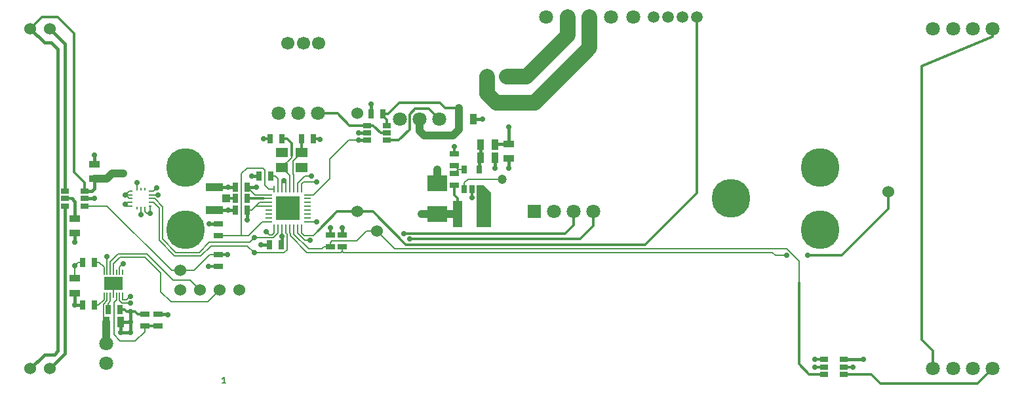
<source format=gbr>
G04 #@! TF.FileFunction,Copper,L1,Top,Signal*
%FSLAX46Y46*%
G04 Gerber Fmt 4.6, Leading zero omitted, Abs format (unit mm)*
G04 Created by KiCad (PCBNEW 4.0.2+dfsg1-stable) date mer. 17 juil. 2019 11:13:31 CEST*
%MOMM*%
G01*
G04 APERTURE LIST*
%ADD10C,0.100000*%
%ADD11C,0.152400*%
%ADD12C,5.000000*%
%ADD13C,0.800000*%
%ADD14C,1.524000*%
%ADD15R,1.397000X0.889000*%
%ADD16R,1.000760X0.701040*%
%ADD17C,1.800000*%
%ADD18C,1.500000*%
%ADD19R,1.000000X1.000000*%
%ADD20R,2.200000X1.100000*%
%ADD21R,0.635000X1.143000*%
%ADD22R,1.143000X0.635000*%
%ADD23R,1.500000X1.200000*%
%ADD24C,1.700000*%
%ADD25R,0.889000X1.397000*%
%ADD26R,2.500000X2.000000*%
%ADD27R,1.300000X3.400000*%
%ADD28R,0.350000X0.250000*%
%ADD29R,0.250000X0.350000*%
%ADD30R,0.279400X0.850900*%
%ADD31R,0.850900X0.279400*%
%ADD32R,0.850000X0.280000*%
%ADD33R,1.500000X1.500000*%
%ADD34C,1.198880*%
%ADD35R,0.152400X0.711200*%
%ADD36R,2.387600X1.803400*%
%ADD37R,0.701040X1.000760*%
%ADD38R,1.800000X1.800000*%
%ADD39C,0.711200*%
%ADD40C,0.406400*%
%ADD41C,1.016000*%
%ADD42C,0.304800*%
%ADD43C,0.203200*%
%ADD44C,2.048000*%
%ADD45C,0.200000*%
G04 APERTURE END LIST*
D10*
D11*
X109978572Y-128861905D02*
X109521429Y-128861905D01*
X109750000Y-128861905D02*
X109750000Y-128061905D01*
X109673810Y-128176190D01*
X109597619Y-128252381D01*
X109521429Y-128290476D01*
D12*
X104750000Y-101000000D03*
D13*
X104750000Y-99000000D03*
X106750000Y-101000000D03*
X104750000Y-103000000D03*
X102750000Y-101000000D03*
X106160000Y-99590000D03*
X106160000Y-102410000D03*
X103340000Y-102410000D03*
X103340000Y-99590000D03*
D12*
X104750000Y-109000000D03*
D13*
X104750000Y-107000000D03*
X106750000Y-109000000D03*
X104750000Y-111000000D03*
X102750000Y-109000000D03*
X106160000Y-107590000D03*
X106160000Y-110410000D03*
X103340000Y-110410000D03*
X103340000Y-107590000D03*
D12*
X175250000Y-105000000D03*
D13*
X175250000Y-103000000D03*
X177250000Y-105000000D03*
X175250000Y-107000000D03*
X173250000Y-105000000D03*
X176660000Y-103590000D03*
X176660000Y-106410000D03*
X173840000Y-106410000D03*
X173840000Y-103590000D03*
D12*
X186750000Y-101000000D03*
D13*
X186750000Y-99000000D03*
X188750000Y-101000000D03*
X186750000Y-103000000D03*
X184750000Y-101000000D03*
X188160000Y-99590000D03*
X188160000Y-102410000D03*
X185340000Y-102410000D03*
X185340000Y-99590000D03*
D12*
X186750000Y-109000000D03*
D13*
X186750000Y-107000000D03*
X188750000Y-109000000D03*
X186750000Y-111000000D03*
X184750000Y-109000000D03*
X188160000Y-107590000D03*
X188160000Y-110410000D03*
X185340000Y-110410000D03*
X185340000Y-107590000D03*
D14*
X146250000Y-89200000D03*
X143750000Y-89200000D03*
X84730000Y-127000000D03*
X87270000Y-127000000D03*
X84730000Y-83000000D03*
X87270000Y-83000000D03*
D15*
X90500000Y-109452500D03*
X90500000Y-107547500D03*
D16*
X89230000Y-105952500D03*
X89230000Y-105000000D03*
X89230000Y-104047500D03*
X91770000Y-104047500D03*
X91770000Y-105000000D03*
X91770000Y-105952500D03*
D17*
X94500000Y-126270000D03*
X94500000Y-123730000D03*
X151370000Y-81530000D03*
X154170000Y-81530000D03*
X156970000Y-81530000D03*
X159770000Y-81530000D03*
X162600000Y-81480000D03*
D18*
X165250000Y-81530000D03*
X167100000Y-81530000D03*
X168950000Y-81530000D03*
X170800000Y-81530000D03*
D19*
X110000000Y-105000000D03*
D20*
X108500000Y-106500000D03*
X108500000Y-103500000D03*
D21*
X111238000Y-105000000D03*
X112762000Y-105000000D03*
D22*
X109000000Y-109762000D03*
X109000000Y-108238000D03*
D21*
X112762000Y-103500000D03*
X111238000Y-103500000D03*
X115812000Y-102110000D03*
X114288000Y-102110000D03*
D23*
X119750000Y-99000000D03*
X117250000Y-99000000D03*
X117250000Y-101000000D03*
X119750000Y-101000000D03*
D21*
X117262000Y-97250000D03*
X115738000Y-97250000D03*
X119738000Y-97250000D03*
X121262000Y-97250000D03*
X112762000Y-106500000D03*
X111238000Y-106500000D03*
X117142000Y-111000000D03*
X115618000Y-111000000D03*
D24*
X122000000Y-84890000D03*
X120000000Y-84890000D03*
X118000000Y-84890000D03*
D22*
X99500000Y-121512000D03*
X99500000Y-119988000D03*
X101250000Y-119988000D03*
X101250000Y-121512000D03*
D25*
X94497500Y-121000000D03*
X96402500Y-121000000D03*
D17*
X137540000Y-94750000D03*
X135000000Y-94750000D03*
X132460000Y-94750000D03*
D16*
X189770000Y-125817500D03*
X189770000Y-126770000D03*
X189770000Y-127722500D03*
X187230000Y-127722500D03*
X187230000Y-126770000D03*
X187230000Y-125817500D03*
D15*
X146520000Y-97897500D03*
X146520000Y-99802500D03*
D25*
X142847500Y-99710000D03*
X144752500Y-99710000D03*
D26*
X137250000Y-107000000D03*
X137250000Y-103000000D03*
D27*
X143550000Y-107000000D03*
X139950000Y-107000000D03*
D22*
X139500000Y-103262000D03*
X139500000Y-101738000D03*
X139500000Y-100722000D03*
X139500000Y-99198000D03*
D14*
X195580000Y-104140000D03*
D28*
X100225000Y-106000000D03*
X100225000Y-105500000D03*
X100225000Y-105000000D03*
X100225000Y-104500000D03*
X100225000Y-104000000D03*
D29*
X99500000Y-103775000D03*
X99000000Y-103775000D03*
X98500000Y-103775000D03*
D28*
X97775000Y-104000000D03*
X97775000Y-104500000D03*
X97775000Y-105000000D03*
X97775000Y-105500000D03*
X97775000Y-106000000D03*
D29*
X98500000Y-106225000D03*
X99000000Y-106225000D03*
X99500000Y-106225000D03*
D30*
X119750060Y-108749360D03*
D31*
X120499360Y-108000060D03*
D30*
X119750060Y-103750640D03*
X119249680Y-103750640D03*
X118749300Y-103750640D03*
X118248920Y-103750640D03*
X117250700Y-103750640D03*
X116750320Y-103750640D03*
D32*
X115500000Y-106500000D03*
D30*
X116249940Y-103750640D03*
D32*
X115500000Y-104500000D03*
X115500000Y-105000000D03*
X115500000Y-105500000D03*
X115500000Y-106000000D03*
X115500000Y-107000000D03*
X115500000Y-107500000D03*
X115500000Y-108000000D03*
D30*
X116249940Y-108749360D03*
X116750320Y-108749360D03*
X117250700Y-108749360D03*
X117751080Y-108749360D03*
X118248920Y-108749360D03*
X118749300Y-108749360D03*
X119249680Y-108749360D03*
D33*
X118750000Y-105500000D03*
D30*
X117751080Y-103750640D03*
D31*
X120499360Y-104499940D03*
X120499360Y-105000320D03*
X120499360Y-105500700D03*
X120499360Y-106001080D03*
X120499360Y-106498920D03*
X120499360Y-106999300D03*
X120499360Y-107499680D03*
D33*
X118750000Y-107000000D03*
X117250000Y-105500000D03*
X117250000Y-107000000D03*
D22*
X123500000Y-109738000D03*
X123500000Y-111262000D03*
X109000000Y-113762000D03*
X109000000Y-112238000D03*
X125010000Y-109738000D03*
X125010000Y-111262000D03*
D34*
X145640000Y-102500000D03*
D21*
X93012000Y-118750000D03*
X91488000Y-118750000D03*
X94748000Y-119350000D03*
X96272000Y-119350000D03*
D35*
X94250000Y-117498600D03*
X94649999Y-117498600D03*
X95050001Y-117498600D03*
X95450000Y-117498600D03*
X95849999Y-117498600D03*
X96250001Y-117498600D03*
X96650000Y-117498600D03*
X96650000Y-114501400D03*
X96250001Y-114501400D03*
X95849999Y-114501400D03*
X95450000Y-114501400D03*
X95050001Y-114501400D03*
X94649999Y-114501400D03*
X94250000Y-114501400D03*
D36*
X95450000Y-116000000D03*
D14*
X106680000Y-116840000D03*
X109220000Y-116840000D03*
X104140000Y-116840000D03*
X111760000Y-116840000D03*
D17*
X116840000Y-93980000D03*
X119380000Y-93980000D03*
X121920000Y-93980000D03*
D14*
X127000000Y-93980000D03*
D16*
X130770000Y-95547500D03*
X130770000Y-96500000D03*
X130770000Y-97452500D03*
X128230000Y-97452500D03*
X128230000Y-96500000D03*
X128230000Y-95547500D03*
D21*
X130262000Y-94000000D03*
X128738000Y-94000000D03*
D25*
X140047500Y-94750000D03*
X141952500Y-94750000D03*
D15*
X93000000Y-102452500D03*
X93000000Y-100547500D03*
D17*
X201320000Y-83000000D03*
X203890000Y-83000000D03*
X206430000Y-83000000D03*
X209000000Y-83000000D03*
X201320000Y-127000000D03*
X203890000Y-127000000D03*
X206430000Y-127000000D03*
X209000000Y-127000000D03*
D14*
X104140000Y-114300000D03*
X129540000Y-109220000D03*
X127000000Y-106680000D03*
D25*
X144752500Y-97990000D03*
X142847500Y-97990000D03*
D37*
X140797500Y-101230000D03*
X142702500Y-101230000D03*
X142702500Y-103770000D03*
X141750000Y-103770000D03*
X140797500Y-103770000D03*
D38*
X149860000Y-106680000D03*
D17*
X152400000Y-106680000D03*
X154940000Y-106680000D03*
X157480000Y-106680000D03*
D15*
X90500000Y-117202500D03*
X90500000Y-115297500D03*
D21*
X93012000Y-113260000D03*
X91488000Y-113260000D03*
D39*
X137250000Y-101250000D03*
X139500000Y-98250000D03*
X141750000Y-104850000D03*
X143100000Y-94750000D03*
X146520000Y-101070000D03*
X144750000Y-101070000D03*
X93000000Y-99390000D03*
X128740000Y-92770000D03*
X127100000Y-96500000D03*
X94650000Y-112500000D03*
X90510000Y-118750000D03*
X95450000Y-116000000D03*
X97670000Y-117620000D03*
X97670000Y-119640000D03*
X97670000Y-118500000D03*
X97670000Y-121000000D03*
X97670000Y-122360000D03*
X96400000Y-122360000D03*
X114500000Y-111000000D03*
X117250000Y-107000000D03*
X118750000Y-105500000D03*
X118750000Y-107000000D03*
X117250000Y-105500000D03*
X119750000Y-101000000D03*
X125010000Y-108760000D03*
X107800000Y-108240000D03*
X113310000Y-102110000D03*
X122150000Y-97330000D03*
X117250000Y-99000000D03*
X114850000Y-97250000D03*
X101250000Y-104500000D03*
X99000000Y-107050000D03*
X98500000Y-102940000D03*
X97000000Y-104500000D03*
X97000000Y-105750000D03*
X186070000Y-126770000D03*
X110270000Y-103500000D03*
X110270000Y-106500000D03*
X93000000Y-105000000D03*
X90500000Y-110650000D03*
X96750000Y-101750000D03*
X140050000Y-93250000D03*
X192330000Y-125820000D03*
X133750000Y-110250000D03*
X120900000Y-110410000D03*
X110230000Y-112240000D03*
X135250000Y-107000000D03*
X113920000Y-103500000D03*
X117500000Y-102650000D03*
X121730000Y-108000000D03*
X107760000Y-113760000D03*
X123500000Y-108760000D03*
X117250000Y-109840000D03*
X112760000Y-107730000D03*
X100230000Y-106920000D03*
X101090000Y-103570000D03*
X186070000Y-125820000D03*
X190940000Y-126770000D03*
X146520000Y-95750000D03*
X102480000Y-119990000D03*
X113660000Y-110060000D03*
X113660000Y-111980000D03*
X185170000Y-112360000D03*
X182410000Y-112360000D03*
X115200000Y-109250000D03*
X127100000Y-97450000D03*
X121020000Y-102090000D03*
X133000000Y-109540000D03*
X121740000Y-102810000D03*
X96750000Y-113390000D03*
X90500000Y-113680000D03*
D40*
X90510000Y-118750000D02*
X90510000Y-117212500D01*
X90510000Y-117212500D02*
X90500000Y-117202500D01*
D41*
X137250000Y-101250000D02*
X137250000Y-103000000D01*
D42*
X139500000Y-98250000D02*
X139500000Y-99198000D01*
X141750000Y-104850000D02*
X141750000Y-103770000D01*
D40*
X143100000Y-94750000D02*
X141952500Y-94750000D01*
X146520000Y-99802500D02*
X146520000Y-101070000D01*
X144750000Y-99712500D02*
X144750000Y-101070000D01*
X144750000Y-99712500D02*
X144752500Y-99710000D01*
X144750000Y-99712500D02*
X144752500Y-99710000D01*
X93000000Y-99390000D02*
X93000000Y-100547500D01*
X128740000Y-92770000D02*
X128740000Y-93998000D01*
X128740000Y-93998000D02*
X128738000Y-94000000D01*
X128230000Y-96500000D02*
X127100000Y-96500000D01*
D43*
X94649999Y-112500001D02*
X94650000Y-112500000D01*
X94649999Y-114501400D02*
X94649999Y-112500001D01*
D42*
X96272000Y-119350000D02*
X96870000Y-119350000D01*
X97160000Y-119640000D02*
X97670000Y-119640000D01*
X96870000Y-119350000D02*
X97160000Y-119640000D01*
D40*
X90510000Y-118750000D02*
X91488000Y-118750000D01*
D43*
X95450000Y-117498600D02*
X95450000Y-116000000D01*
X97170000Y-118120000D02*
X97670000Y-117620000D01*
X96720000Y-118120000D02*
X97170000Y-118120000D01*
X96650000Y-118050000D02*
X96720000Y-118120000D01*
X96650000Y-118050000D02*
X96650000Y-117498600D01*
X96250001Y-118170001D02*
X96580000Y-118500000D01*
X96580000Y-118500000D02*
X97670000Y-118500000D01*
X96250001Y-118170001D02*
X96250001Y-117498600D01*
D42*
X99500000Y-119988000D02*
X98598000Y-119988000D01*
D40*
X97670000Y-119640000D02*
X97670000Y-121000000D01*
D42*
X98250000Y-119640000D02*
X97670000Y-119640000D01*
X98598000Y-119988000D02*
X98250000Y-119640000D01*
D40*
X97670000Y-121000000D02*
X97670000Y-122360000D01*
X96402500Y-121000000D02*
X97670000Y-121000000D01*
X96402500Y-122357500D02*
X96402500Y-121000000D01*
X96402500Y-122357500D02*
X96400000Y-122360000D01*
X97670000Y-122360000D02*
X96400000Y-122360000D01*
X115618000Y-111000000D02*
X114500000Y-111000000D01*
X111238000Y-103500000D02*
X110270000Y-103500000D01*
X125010000Y-109738000D02*
X125010000Y-108760000D01*
X107800000Y-108240000D02*
X108998000Y-108240000D01*
X108998000Y-108240000D02*
X109000000Y-108238000D01*
X111238000Y-106500000D02*
X110270000Y-106500000D01*
X114288000Y-102110000D02*
X113310000Y-102110000D01*
D42*
X114850000Y-97250000D02*
X115738000Y-97250000D01*
D43*
X101250000Y-104500000D02*
X100225000Y-104500000D01*
X99000000Y-106225000D02*
X99000000Y-107050000D01*
X98500000Y-103775000D02*
X98500000Y-102940000D01*
X97775000Y-105000000D02*
X97500000Y-105000000D01*
X97500000Y-105000000D02*
X97000000Y-104500000D01*
X97775000Y-104000000D02*
X97500000Y-104000000D01*
X97500000Y-104000000D02*
X97000000Y-104500000D01*
X97775000Y-104500000D02*
X97000000Y-104500000D01*
X97775000Y-106000000D02*
X97250000Y-106000000D01*
X97250000Y-106000000D02*
X97000000Y-105750000D01*
X97250000Y-105500000D02*
X97000000Y-105750000D01*
X97250000Y-105500000D02*
X97775000Y-105500000D01*
D42*
X186070000Y-126770000D02*
X187230000Y-126770000D01*
X121262000Y-97250000D02*
X122150000Y-97250000D01*
D40*
X110270000Y-103500000D02*
X108500000Y-103500000D01*
X110270000Y-106500000D02*
X108500000Y-106500000D01*
X90500000Y-109452500D02*
X90500000Y-110650000D01*
X91770000Y-105000000D02*
X93000000Y-105000000D01*
D44*
X156970000Y-81530000D02*
X156970000Y-85510000D01*
X143750000Y-91400000D02*
X143750000Y-89200000D01*
X144930000Y-92580000D02*
X143750000Y-91400000D01*
X149900000Y-92580000D02*
X144930000Y-92580000D01*
X156970000Y-85510000D02*
X149900000Y-92580000D01*
D41*
X140047500Y-94750000D02*
X140047500Y-96112500D01*
X135000000Y-96270000D02*
X135000000Y-94750000D01*
X135560000Y-96830000D02*
X135000000Y-96270000D01*
X139330000Y-96830000D02*
X135560000Y-96830000D01*
X140047500Y-96112500D02*
X139330000Y-96830000D01*
D42*
X130970000Y-94000000D02*
X132400000Y-92570000D01*
X138340000Y-93250000D02*
X137660000Y-92570000D01*
X137660000Y-92570000D02*
X132400000Y-92570000D01*
X130262000Y-94000000D02*
X130970000Y-94000000D01*
X138340000Y-93250000D02*
X140050000Y-93250000D01*
D41*
X94577500Y-102452500D02*
X93000000Y-102452500D01*
X95280000Y-101750000D02*
X96750000Y-101750000D01*
X94577500Y-102452500D02*
X95280000Y-101750000D01*
D40*
X93000000Y-102452500D02*
X93000000Y-103690000D01*
X93000000Y-103690000D02*
X92642500Y-104047500D01*
X92642500Y-104047500D02*
X91770000Y-104047500D01*
D42*
X130770000Y-95547500D02*
X130770000Y-94760000D01*
X130770000Y-94760000D02*
X130262000Y-94252000D01*
X130262000Y-94252000D02*
X130262000Y-94000000D01*
D41*
X140047500Y-93252500D02*
X140050000Y-93250000D01*
X140047500Y-93252500D02*
X140047500Y-94750000D01*
D40*
X189772500Y-125820000D02*
X192330000Y-125820000D01*
X189772500Y-125820000D02*
X189770000Y-125817500D01*
D42*
X91770000Y-104047500D02*
X91770000Y-102950000D01*
X86260000Y-81470000D02*
X84730000Y-83000000D01*
X88270000Y-81470000D02*
X86260000Y-81470000D01*
X90410000Y-83610000D02*
X88270000Y-81470000D01*
X90410000Y-101590000D02*
X90410000Y-83610000D01*
X91770000Y-102950000D02*
X90410000Y-101590000D01*
D40*
X86560000Y-84830000D02*
X87440000Y-84830000D01*
X87440000Y-84830000D02*
X88250000Y-85640000D01*
X86560000Y-84830000D02*
X84730000Y-83000000D01*
X86560000Y-125170000D02*
X87810000Y-125170000D01*
X84730000Y-127000000D02*
X86560000Y-125170000D01*
X88250000Y-124730000D02*
X88250000Y-85640000D01*
X87810000Y-125170000D02*
X88250000Y-124730000D01*
X89230000Y-105952500D02*
X89230000Y-125040000D01*
X89230000Y-125040000D02*
X87270000Y-127000000D01*
X89230000Y-84960000D02*
X87270000Y-83000000D01*
X89230000Y-104047500D02*
X89230000Y-84960000D01*
D42*
X133750000Y-110250000D02*
X155720000Y-110250000D01*
X157480000Y-108490000D02*
X157480000Y-106680000D01*
X155720000Y-110250000D02*
X157480000Y-108490000D01*
D43*
X104140000Y-114300000D02*
X102970000Y-114300000D01*
X94622500Y-105952500D02*
X91770000Y-105952500D01*
X102970000Y-114300000D02*
X94622500Y-105952500D01*
X104140000Y-114300000D02*
X105840000Y-114300000D01*
X107902000Y-112238000D02*
X109000000Y-112238000D01*
X105840000Y-114300000D02*
X107902000Y-112238000D01*
X119249680Y-108749360D02*
X119249680Y-109432578D01*
X120227102Y-110410000D02*
X120900000Y-110410000D01*
X119249680Y-109432578D02*
X120227102Y-110410000D01*
D42*
X110230000Y-112240000D02*
X109002000Y-112240000D01*
X109002000Y-112240000D02*
X109000000Y-112238000D01*
X111238000Y-105000000D02*
X110000000Y-105000000D01*
D43*
X116249940Y-103750640D02*
X115510640Y-103750640D01*
X112000000Y-101780000D02*
X112000000Y-109762000D01*
X112750000Y-101030000D02*
X112000000Y-101780000D01*
X114770000Y-101030000D02*
X112750000Y-101030000D01*
X115050000Y-101310000D02*
X114770000Y-101030000D01*
X115050000Y-103290000D02*
X115050000Y-101310000D01*
X115510640Y-103750640D02*
X115050000Y-103290000D01*
X115500000Y-108000000D02*
X114660000Y-108000000D01*
X112898000Y-109762000D02*
X112000000Y-109762000D01*
X112000000Y-109762000D02*
X109000000Y-109762000D01*
X114660000Y-108000000D02*
X112898000Y-109762000D01*
D42*
X127000000Y-106680000D02*
X128960000Y-106680000D01*
X128960000Y-106680000D02*
X133260000Y-110980000D01*
X127000000Y-106680000D02*
X124370000Y-106680000D01*
D43*
X121260000Y-109790000D02*
X121880000Y-109170000D01*
X119750060Y-109430060D02*
X120110000Y-109790000D01*
X119750060Y-109430060D02*
X119750060Y-108749360D01*
X120110000Y-109790000D02*
X121260000Y-109790000D01*
D42*
X124370000Y-106680000D02*
X121880000Y-109170000D01*
X170800000Y-104290000D02*
X170800000Y-81530000D01*
X164110000Y-110980000D02*
X133260000Y-110980000D01*
X170800000Y-104290000D02*
X164110000Y-110980000D01*
X89230000Y-105000000D02*
X90050000Y-105000000D01*
D40*
X90500000Y-105360000D02*
X90140000Y-105000000D01*
X90140000Y-105000000D02*
X90050000Y-105000000D01*
X90500000Y-105360000D02*
X90500000Y-107547500D01*
D41*
X137250000Y-107000000D02*
X135250000Y-107000000D01*
X139950000Y-107000000D02*
X137250000Y-107000000D01*
D42*
X139500000Y-103262000D02*
X139500000Y-104550000D01*
X139950000Y-105000000D02*
X139950000Y-107000000D01*
X139500000Y-104550000D02*
X139950000Y-105000000D01*
X128230000Y-95547500D02*
X125977500Y-95547500D01*
X124410000Y-93980000D02*
X121920000Y-93980000D01*
X125977500Y-95547500D02*
X124410000Y-93980000D01*
X130770000Y-96500000D02*
X129970000Y-96500000D01*
X129017500Y-95547500D02*
X128230000Y-95547500D01*
X129970000Y-96500000D02*
X129017500Y-95547500D01*
D40*
X112762000Y-103500000D02*
X113920000Y-103500000D01*
D43*
X112762000Y-103500000D02*
X112762000Y-103502000D01*
X112762000Y-103502000D02*
X113760000Y-104500000D01*
X113760000Y-104500000D02*
X115500000Y-104500000D01*
X121729940Y-108000060D02*
X121730000Y-108000000D01*
X121729940Y-108000060D02*
X120499360Y-108000060D01*
D42*
X108998000Y-113760000D02*
X107760000Y-113760000D01*
X108998000Y-113760000D02*
X109000000Y-113762000D01*
X123500000Y-109738000D02*
X123500000Y-108760000D01*
D40*
X117250000Y-110892000D02*
X117250000Y-109840000D01*
D43*
X117250700Y-109839300D02*
X117250000Y-109840000D01*
X117250700Y-109839300D02*
X117250700Y-108749360D01*
D40*
X117250000Y-110892000D02*
X117142000Y-111000000D01*
X112762000Y-107728000D02*
X112760000Y-107730000D01*
X112762000Y-107728000D02*
X112762000Y-106500000D01*
D43*
X115500000Y-105500000D02*
X114330000Y-105500000D01*
X114330000Y-105500000D02*
X113830000Y-106000000D01*
X115500000Y-106000000D02*
X113830000Y-106000000D01*
X113330000Y-106500000D02*
X112762000Y-106500000D01*
X113830000Y-106000000D02*
X113330000Y-106500000D01*
X117250700Y-103750640D02*
X117250700Y-102899300D01*
X117250700Y-102899300D02*
X117500000Y-102650000D01*
X117751080Y-102901080D02*
X117751080Y-103750640D01*
X117500000Y-102650000D02*
X117751080Y-102901080D01*
X100660000Y-104000000D02*
X101090000Y-103570000D01*
X100660000Y-104000000D02*
X100225000Y-104000000D01*
X100225000Y-106000000D02*
X100225000Y-106915000D01*
X99500000Y-106660000D02*
X99760000Y-106920000D01*
X99760000Y-106920000D02*
X100230000Y-106920000D01*
X99500000Y-106660000D02*
X99500000Y-106225000D01*
X100225000Y-106915000D02*
X100230000Y-106920000D01*
D42*
X187227500Y-125820000D02*
X186070000Y-125820000D01*
X187227500Y-125820000D02*
X187230000Y-125817500D01*
X189770000Y-126770000D02*
X190940000Y-126770000D01*
D43*
X118248920Y-103750640D02*
X118248920Y-101998920D01*
X118248920Y-101998920D02*
X117250000Y-101000000D01*
X118500000Y-99500000D02*
X118500000Y-99680000D01*
X118500000Y-99680000D02*
X117250000Y-100930000D01*
X117250000Y-100930000D02*
X117250000Y-101000000D01*
D42*
X117262000Y-97250000D02*
X117880000Y-97250000D01*
X117880000Y-97250000D02*
X118500000Y-97870000D01*
X118500000Y-97870000D02*
X118500000Y-99500000D01*
D43*
X118749300Y-103750640D02*
X118749300Y-101909300D01*
X118650000Y-100100000D02*
X119750000Y-99000000D01*
X118650000Y-101810000D02*
X118650000Y-100100000D01*
X118749300Y-101909300D02*
X118650000Y-101810000D01*
D42*
X119738000Y-97250000D02*
X119738000Y-98988000D01*
X119738000Y-98988000D02*
X119750000Y-99000000D01*
X99500000Y-121512000D02*
X101250000Y-121512000D01*
D43*
X99500000Y-121512000D02*
X99500000Y-122230000D01*
X98290000Y-123440000D02*
X99500000Y-122230000D01*
X95849999Y-118050001D02*
X95849999Y-117498600D01*
X95510000Y-122610000D02*
X96340000Y-123440000D01*
X95510000Y-118390000D02*
X95510000Y-122610000D01*
X95849999Y-118050001D02*
X95510000Y-118390000D01*
X96340000Y-123440000D02*
X98290000Y-123440000D01*
D40*
X146520000Y-95750000D02*
X146520000Y-97897500D01*
X146520000Y-97897500D02*
X144845000Y-97897500D01*
X144845000Y-97897500D02*
X144752500Y-97990000D01*
X102478000Y-119988000D02*
X102480000Y-119990000D01*
X101250000Y-119988000D02*
X102478000Y-119988000D01*
D43*
X94649999Y-117498600D02*
X94649999Y-118170001D01*
X94160000Y-118660000D02*
X94160000Y-120662500D01*
X94649999Y-118170001D02*
X94160000Y-118660000D01*
X94160000Y-120662500D02*
X94497500Y-121000000D01*
D41*
X94497500Y-121000000D02*
X94497500Y-123727500D01*
X94497500Y-123727500D02*
X94500000Y-123730000D01*
D43*
X105410000Y-115570000D02*
X103190000Y-115570000D01*
X95050001Y-113169999D02*
X96090000Y-112130000D01*
X96090000Y-112130000D02*
X99750000Y-112130000D01*
X95050001Y-114501400D02*
X95050001Y-113169999D01*
X105410000Y-115570000D02*
X106680000Y-116840000D01*
X103190000Y-115570000D02*
X99750000Y-112130000D01*
X101830000Y-110230000D02*
X101830000Y-106030000D01*
X116750320Y-109459680D02*
X116150000Y-110060000D01*
X116150000Y-110060000D02*
X113660000Y-110060000D01*
X113660000Y-110060000D02*
X113080000Y-110640000D01*
X113080000Y-110640000D02*
X107860000Y-110640000D01*
X107860000Y-110640000D02*
X106550000Y-111950000D01*
X106550000Y-111950000D02*
X103550000Y-111950000D01*
X103550000Y-111950000D02*
X101830000Y-110230000D01*
X116750320Y-108749360D02*
X116750320Y-109459680D01*
X100800000Y-105000000D02*
X100225000Y-105000000D01*
X101830000Y-106030000D02*
X100800000Y-105000000D01*
X101570000Y-114600000D02*
X101570000Y-117070000D01*
X95450000Y-113420000D02*
X96280000Y-112590000D01*
X96280000Y-112590000D02*
X99560000Y-112590000D01*
X99560000Y-112590000D02*
X101570000Y-114600000D01*
X95450000Y-114501400D02*
X95450000Y-113420000D01*
X107680000Y-118380000D02*
X109220000Y-116840000D01*
X102880000Y-118380000D02*
X107680000Y-118380000D01*
X101570000Y-117070000D02*
X102880000Y-118380000D01*
X108060000Y-111100000D02*
X112780000Y-111100000D01*
X108060000Y-111100000D02*
X106750000Y-112410000D01*
X106750000Y-112410000D02*
X103360000Y-112410000D01*
X103360000Y-112410000D02*
X101370000Y-110420000D01*
X101370000Y-110420000D02*
X101370000Y-106220000D01*
X101370000Y-106220000D02*
X100650000Y-105500000D01*
X100225000Y-105500000D02*
X100650000Y-105500000D01*
X117751080Y-109431080D02*
X117890000Y-109570000D01*
X117890000Y-109570000D02*
X117890000Y-111610000D01*
X117890000Y-111610000D02*
X117520000Y-111980000D01*
X117751080Y-109431080D02*
X117751080Y-108749360D01*
X113660000Y-111980000D02*
X117520000Y-111980000D01*
X112780000Y-111100000D02*
X113660000Y-111980000D01*
D42*
X209000000Y-83000000D02*
X209000000Y-84020000D01*
X209000000Y-84020000D02*
X199890000Y-87820000D01*
X201320000Y-124670000D02*
X201320000Y-127000000D01*
X199890000Y-87820000D02*
X199890000Y-123240000D01*
X199890000Y-123240000D02*
X201320000Y-124670000D01*
X194560000Y-128910000D02*
X207090000Y-128910000D01*
X193372500Y-127722500D02*
X194560000Y-128910000D01*
X189770000Y-127722500D02*
X193372500Y-127722500D01*
X207090000Y-128910000D02*
X209000000Y-127000000D01*
D43*
X123700000Y-110500000D02*
X126910000Y-110500000D01*
X123700000Y-110500000D02*
X123500000Y-110700000D01*
X123500000Y-111262000D02*
X123500000Y-110700000D01*
X128190000Y-109220000D02*
X129540000Y-109220000D01*
X126910000Y-110500000D02*
X128190000Y-109220000D01*
X182440000Y-111500000D02*
X131820000Y-111500000D01*
X131820000Y-111500000D02*
X129540000Y-109220000D01*
D42*
X185332500Y-127722500D02*
X184010000Y-126400000D01*
X184010000Y-126400000D02*
X184010000Y-115900000D01*
X187230000Y-127722500D02*
X185332500Y-127722500D01*
D43*
X184010000Y-113070000D02*
X184010000Y-115900000D01*
X182440000Y-111500000D02*
X184010000Y-113070000D01*
X118749300Y-109579300D02*
X120670000Y-111500000D01*
X122430000Y-111500000D02*
X122668000Y-111262000D01*
X123500000Y-111262000D02*
X122668000Y-111262000D01*
X118749300Y-109579300D02*
X118749300Y-108749360D01*
X120670000Y-111500000D02*
X122430000Y-111500000D01*
D40*
X142847500Y-99710000D02*
X142847500Y-97990000D01*
X142702500Y-101230000D02*
X142702500Y-99855000D01*
X142702500Y-99855000D02*
X142847500Y-99710000D01*
D44*
X154170000Y-81530000D02*
X154170000Y-83860000D01*
X148830000Y-89200000D02*
X146250000Y-89200000D01*
X154170000Y-83860000D02*
X148830000Y-89200000D01*
D43*
X139500000Y-101738000D02*
X140008000Y-101230000D01*
X140797500Y-101230000D02*
X140008000Y-101230000D01*
X140008000Y-101230000D02*
X139500000Y-100722000D01*
X145640000Y-102500000D02*
X141260000Y-102500000D01*
X140797500Y-102962500D02*
X140797500Y-103770000D01*
X141260000Y-102500000D02*
X140797500Y-102962500D01*
D42*
X185170000Y-112360000D02*
X189540000Y-112360000D01*
D43*
X182410000Y-112360000D02*
X180940000Y-112360000D01*
X180540000Y-111960000D02*
X125180000Y-111960000D01*
X125010000Y-111790000D02*
X125180000Y-111960000D01*
X180940000Y-112360000D02*
X180540000Y-111960000D01*
D42*
X195580000Y-106320000D02*
X195580000Y-104140000D01*
X189540000Y-112360000D02*
X195580000Y-106320000D01*
D43*
X120480000Y-111960000D02*
X124840000Y-111960000D01*
X118330000Y-109810000D02*
X120480000Y-111960000D01*
X118248920Y-108749360D02*
X118248920Y-109428920D01*
X118248920Y-109428920D02*
X118330000Y-109510000D01*
X118330000Y-109510000D02*
X118330000Y-109810000D01*
X125010000Y-111790000D02*
X125010000Y-111262000D01*
X124840000Y-111960000D02*
X125010000Y-111790000D01*
X115500000Y-105000000D02*
X114830000Y-105000000D01*
D42*
X114830000Y-105000000D02*
X112762000Y-105000000D01*
D43*
X116750320Y-103750640D02*
X116750320Y-102460320D01*
X116400000Y-102110000D02*
X115812000Y-102110000D01*
X116750320Y-102460320D02*
X116400000Y-102110000D01*
X115990000Y-109690000D02*
X115640000Y-109690000D01*
X116249940Y-109430060D02*
X115990000Y-109690000D01*
X116249940Y-109430060D02*
X116249940Y-108749360D01*
X115640000Y-109690000D02*
X115200000Y-109250000D01*
X127100000Y-97450000D02*
X125830000Y-97450000D01*
X123420000Y-102400000D02*
X123420000Y-99860000D01*
X121320060Y-104499940D02*
X123420000Y-102400000D01*
X120499360Y-104499940D02*
X121320060Y-104499940D01*
D40*
X127100000Y-97450000D02*
X128227500Y-97450000D01*
D43*
X125830000Y-97450000D02*
X123420000Y-99860000D01*
D40*
X128227500Y-97450000D02*
X128230000Y-97452500D01*
D43*
X94250000Y-117498600D02*
X94250000Y-118050000D01*
X93550000Y-118750000D02*
X93012000Y-118750000D01*
X94250000Y-118050000D02*
X93550000Y-118750000D01*
X95050001Y-117498600D02*
X95050001Y-118289999D01*
X94748000Y-118592000D02*
X94748000Y-119350000D01*
X95050001Y-118289999D02*
X94748000Y-118592000D01*
D42*
X142702500Y-103770000D02*
X142702500Y-104572500D01*
X142702500Y-104572500D02*
X143550000Y-105420000D01*
X143550000Y-105420000D02*
X143550000Y-107000000D01*
D43*
X119249680Y-103750640D02*
X119249680Y-103040320D01*
X120200000Y-102090000D02*
X121020000Y-102090000D01*
X119249680Y-103040320D02*
X120200000Y-102090000D01*
D42*
X133000000Y-109540000D02*
X153830000Y-109540000D01*
D43*
X121740000Y-102810000D02*
X120010000Y-102810000D01*
X119750060Y-103069940D02*
X120010000Y-102810000D01*
X119750060Y-103750640D02*
X119750060Y-103069940D01*
D42*
X154940000Y-108430000D02*
X154940000Y-106680000D01*
X153830000Y-109540000D02*
X154940000Y-108430000D01*
D43*
X96250001Y-113889999D02*
X96750000Y-113390000D01*
X96250001Y-114501400D02*
X96250001Y-113889999D01*
X90500000Y-115297500D02*
X90500000Y-113680000D01*
X90920000Y-113260000D02*
X91488000Y-113260000D01*
X90500000Y-113680000D02*
X90920000Y-113260000D01*
X94250000Y-114501400D02*
X94250000Y-113890000D01*
X93620000Y-113260000D02*
X93012000Y-113260000D01*
X94250000Y-113890000D02*
X93620000Y-113260000D01*
D42*
X130770000Y-97452500D02*
X132307500Y-97452500D01*
X136180000Y-93390000D02*
X137540000Y-94750000D01*
X134450000Y-93390000D02*
X136180000Y-93390000D01*
X133730000Y-94110000D02*
X134450000Y-93390000D01*
X133730000Y-96030000D02*
X133730000Y-94110000D01*
X132307500Y-97452500D02*
X133730000Y-96030000D01*
D45*
G36*
X144150000Y-104301422D02*
X144150000Y-108600000D01*
X142450000Y-108600000D01*
X142450000Y-103370000D01*
X143218578Y-103370000D01*
X144150000Y-104301422D01*
X144150000Y-104301422D01*
G37*
X144150000Y-104301422D02*
X144150000Y-108600000D01*
X142450000Y-108600000D01*
X142450000Y-103370000D01*
X143218578Y-103370000D01*
X144150000Y-104301422D01*
M02*

</source>
